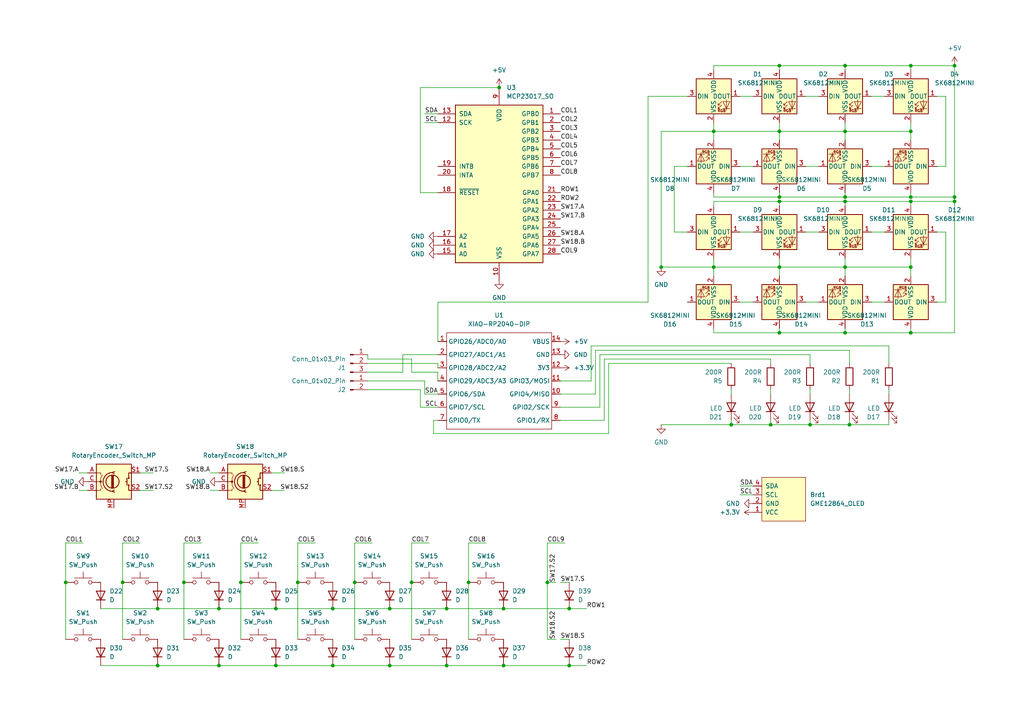
<source format=kicad_sch>
(kicad_sch (version 20250114) (generator "eeschema") (generator_version "9.0")
  (paper "A4")
  (title_block (title "KiCad-Diynamic-Project-Disply-Modul") (date "2025-12-14") (rev "1.0") (company "@Apfelholz") (comment 1 "This project implements a custom RP2040-based macro pad.") (comment 2 "It is designed as a programmable input and status device."))
  (lib_symbols
    (symbol "Connector:Conn_01x02_Pin" (pin_names (offset 1.016) (hide yes))
      (property "Reference" "J" (at 0 2.54 0))
      (property "Value" "Conn_01x02_Pin" (at 0 -5.08 0))
      (symbol "Conn_01x02_Pin_1_1"
        (pin passive line (at 5.08 0 180) (length 3.81) (name "Pin_1") (number "1"))
        (pin passive line (at 5.08 -2.54 180) (length 3.81) (name "Pin_2") (number "2"))
      )
    )
    (symbol "Connector:Conn_01x03_Pin" (pin_names (offset 1.016) (hide yes))
      (property "Reference" "J" (at 0 5.08 0))
      (property "Value" "Conn_01x03_Pin" (at 0 -5.08 0))
      (symbol "Conn_01x03_Pin_1_1"
        (pin passive line (at 5.08 2.54 180) (length 3.81) (name "Pin_1") (number "1"))
        (pin passive line (at 5.08 0 180) (length 3.81) (name "Pin_2") (number "2"))
        (pin passive line (at 5.08 -2.54 180) (length 3.81) (name "Pin_3") (number "3"))
      )
    )
    (symbol "Device:D" (pin_numbers (hide yes)) (pin_names (offset 1.016) (hide yes))
      (property "Reference" "D" (at 0 2.54 0))
      (property "Value" "D" (at 0 -2.54 0))
      (symbol "D_1_1"
        (pin passive line (at -3.81 0 0) (length 2.54) (name "K") (number "1"))
        (pin passive line (at 3.81 0 180) (length 2.54) (name "A") (number "2"))
      )
    )
    (symbol "Device:LED" (pin_numbers (hide yes)) (pin_names (offset 1.016) (hide yes))
      (property "Reference" "D" (at 0 2.54 0))
      (property "Value" "LED" (at 0 -2.54 0))
      (symbol "LED_1_1"
        (pin passive line (at -3.81 0 0) (length 2.54) (name "K") (number "1"))
        (pin passive line (at 3.81 0 180) (length 2.54) (name "A") (number "2"))
      )
    )
    (symbol "Device:R" (pin_numbers (hide yes)) (pin_names (offset 0))
      (property "Reference" "R" (at 2.032 0 90))
      (property "Value" "R" (at 0 0 90))
      (symbol "R_1_1"
        (pin passive line (at 0 3.81 270) (length 1.27) (name "~") (number "1"))
        (pin passive line (at 0 -3.81 90) (length 1.27) (name "~") (number "2"))
      )
    )
    (symbol "Device:RotaryEncoder_Switch_MP" (pin_names (offset 0.254) (hide yes))
      (property "Reference" "SW" (at 0 8.89 0))
      (property "Value" "RotaryEncoder_Switch_MP" (at 0 6.35 0))
      (symbol "RotaryEncoder_Switch_MP_1_1"
        (pin passive line (at -7.62 2.54 0) (length 2.54) (name "A") (number "A"))
        (pin passive line (at -7.62 0 0) (length 2.54) (name "C") (number "C"))
        (pin passive line (at -7.62 -2.54 0) (length 2.54) (name "B") (number "B"))
        (pin passive line (at 0 -7.62 90) (length 2.54) (name "MP") (number "MP"))
        (pin passive line (at 7.62 2.54 180) (length 2.54) (name "S1") (number "S1"))
        (pin passive line (at 7.62 -2.54 180) (length 2.54) (name "S2") (number "S2"))
      )
    )
    (symbol "Interface_Expansion:MCP23017_SO" (pin_names (offset 1.016))
      (property "Reference" "U" (at -11.43 24.13 0))
      (property "Value" "MCP23017_SO" (at 0 0 0))
      (symbol "MCP23017_SO_1_1"
        (pin bidirectional line (at -17.78 20.32 0) (length 5.08) (name "SDA") (number "13"))
        (pin input line (at -17.78 17.78 0) (length 5.08) (name "SCK") (number "12"))
        (pin tri_state line (at -17.78 5.08 0) (length 5.08) (name "INTB") (number "19"))
        (pin tri_state line (at -17.78 2.54 0) (length 5.08) (name "INTA") (number "20"))
        (pin input line (at -17.78 -2.54 0) (length 5.08) (name "~{RESET}") (number "18"))
        (pin input line (at -17.78 -15.24 0) (length 5.08) (name "A2") (number "17"))
        (pin input line (at -17.78 -17.78 0) (length 5.08) (name "A1") (number "16"))
        (pin input line (at -17.78 -20.32 0) (length 5.08) (name "A0") (number "15"))
        (pin no_connect line (at -12.7 15.24 0) (length 5.08) (hide yes) (name "NC") (number "11"))
        (pin no_connect line (at -12.7 12.7 0) (length 5.08) (hide yes) (name "NC") (number "14"))
        (pin power_in line (at 0 27.94 270) (length 5.08) (name "VDD") (number "9"))
        (pin power_in line (at 0 -27.94 90) (length 5.08) (name "VSS") (number "10"))
        (pin bidirectional line (at 17.78 20.32 180) (length 5.08) (name "GPB0") (number "1"))
        (pin bidirectional line (at 17.78 17.78 180) (length 5.08) (name "GPB1") (number "2"))
        (pin bidirectional line (at 17.78 15.24 180) (length 5.08) (name "GPB2") (number "3"))
        (pin bidirectional line (at 17.78 12.7 180) (length 5.08) (name "GPB3") (number "4"))
        (pin bidirectional line (at 17.78 10.16 180) (length 5.08) (name "GPB4") (number "5"))
        (pin bidirectional line (at 17.78 7.62 180) (length 5.08) (name "GPB5") (number "6"))
        (pin bidirectional line (at 17.78 5.08 180) (length 5.08) (name "GPB6") (number "7"))
        (pin output line (at 17.78 2.54 180) (length 5.08) (name "GPB7") (number "8"))
        (pin bidirectional line (at 17.78 -2.54 180) (length 5.08) (name "GPA0") (number "21"))
        (pin bidirectional line (at 17.78 -5.08 180) (length 5.08) (name "GPA1") (number "22"))
        (pin bidirectional line (at 17.78 -7.62 180) (length 5.08) (name "GPA2") (number "23"))
        (pin bidirectional line (at 17.78 -10.16 180) (length 5.08) (name "GPA3") (number "24"))
        (pin bidirectional line (at 17.78 -12.7 180) (length 5.08) (name "GPA4") (number "25"))
        (pin bidirectional line (at 17.78 -15.24 180) (length 5.08) (name "GPA5") (number "26"))
        (pin bidirectional line (at 17.78 -17.78 180) (length 5.08) (name "GPA6") (number "27"))
        (pin output line (at 17.78 -20.32 180) (length 5.08) (name "GPA7") (number "28"))
      )
    )
    (symbol "LED:SK6812MINI" (pin_names (offset 0.254))
      (property "Reference" "D" (at 5.08 5.715 0))
      (property "Value" "SK6812MINI" (at 1.27 -5.715 0))
      (symbol "SK6812MINI_0_0"
        (text "RGB" (at 2.286 -4.191 0) (effects (font (size 0.762 0.762))))
      )
      (symbol "SK6812MINI_1_1"
        (pin input line (at -7.62 0 0) (length 2.54) (name "DIN") (number "3"))
        (pin power_in line (at 0 7.62 270) (length 2.54) (name "VDD") (number "4"))
        (pin power_in line (at 0 -7.62 90) (length 2.54) (name "VSS") (number "2"))
        (pin output line (at 7.62 0 180) (length 2.54) (name "DOUT") (number "1"))
      )
    )
    (symbol "OLED:GME12864_OLED" (pin_names (offset 1.016))
      (property "Reference" "Brd" (at 0 -3.81 0))
      (property "Value" "GME12864_OLED" (at 0 -1.27 0))
      (symbol "GME12864_OLED_1_1"
        (pin input line (at -3.81 8.89 270) (length 2.54) (name "VCC") (number "1"))
        (pin input line (at -1.27 8.89 270) (length 2.54) (name "GND") (number "2"))
        (pin input line (at 1.27 8.89 270) (length 2.54) (name "SCL") (number "3"))
        (pin input line (at 3.81 8.89 270) (length 2.54) (name "SDA") (number "4"))
      )
    )
    (symbol "OPL:XIAO-RP2040-DIP"
      (property "Reference" "U" (at 0 0 0))
      (property "Value" "XIAO-RP2040-DIP" (at 5.334 -1.778 0))
      (symbol "XIAO-RP2040-DIP_1_0"
        (pin passive line (at -3.81 -5.08 0) (length 2.54) (name "GPIO26/ADC0/A0") (number "1"))
        (pin passive line (at -3.81 -8.89 0) (length 2.54) (name "GPIO27/ADC1/A1") (number "2"))
        (pin passive line (at -3.81 -12.7 0) (length 2.54) (name "GPIO28/ADC2/A2") (number "3"))
        (pin passive line (at -3.81 -16.51 0) (length 2.54) (name "GPIO29/ADC3/A3") (number "4"))
        (pin passive line (at -3.81 -20.32 0) (length 2.54) (name "GPIO6/SDA") (number "5"))
        (pin passive line (at -3.81 -24.13 0) (length 2.54) (name "GPIO7/SCL") (number "6"))
        (pin passive line (at -3.81 -27.94 0) (length 2.54) (name "GPIO0/TX") (number "7"))
        (pin passive line (at 31.75 -5.08 180) (length 2.54) (name "VBUS") (number "14"))
        (pin passive line (at 31.75 -8.89 180) (length 2.54) (name "GND") (number "13"))
        (pin passive line (at 31.75 -12.7 180) (length 2.54) (name "3V3") (number "12"))
        (pin passive line (at 31.75 -16.51 180) (length 2.54) (name "GPIO3/MOSI") (number "11"))
        (pin passive line (at 31.75 -20.32 180) (length 2.54) (name "GPIO4/MISO") (number "10"))
        (pin passive line (at 31.75 -24.13 180) (length 2.54) (name "GPIO2/SCK") (number "9"))
        (pin passive line (at 31.75 -27.94 180) (length 2.54) (name "GPIO1/RX") (number "8"))
      )
    )
    (symbol "Switch:SW_Push" (pin_numbers (hide yes)) (pin_names (offset 1.016) (hide yes))
      (property "Reference" "SW" (at 1.27 2.54 0))
      (property "Value" "SW_Push" (at 0 -1.524 0))
      (symbol "SW_Push_0_1"
        (pin passive line (at -5.08 0 0) (length 2.54) (name "1") (number "1"))
        (pin passive line (at 5.08 0 180) (length 2.54) (name "2") (number "2"))
      )
    )
    (symbol "power:+3.3V" (power) (pin_numbers (hide yes)) (pin_names (offset 0) (hide yes))
      (property "Value" "+3.3V" (at 0 3.556 0))
      (symbol "+3.3V_1_1"
        (pin power_in line (at 0 0 90) (length 0) (name "~") (number "1"))
      )
    )
    (symbol "power:+5V" (power) (pin_numbers (hide yes)) (pin_names (offset 0) (hide yes))
      (property "Value" "+5V" (at 0 3.556 0))
      (symbol "+5V_1_1"
        (pin power_in line (at 0 0 90) (length 0) (name "~") (number "1"))
      )
    )
    (symbol "power:GND" (power) (pin_numbers (hide yes)) (pin_names (offset 0) (hide yes))
      (property "Value" "GND" (at 0 -3.81 0))
      (symbol "GND_1_1"
        (pin power_in line (at 0 0 270) (length 0) (name "~") (number "1"))
      )
    )
  )
  (junction (at 146.05 193.04))
  (junction (at 276.86 19.05))
  (junction (at 264.16 38.1))
  (junction (at 234.95 123.19))
  (junction (at 207.01 38.1))
  (junction (at 264.16 77.47))
  (junction (at 264.16 96.52))
  (junction (at 264.16 58.42))
  (junction (at 226.06 77.47))
  (junction (at 245.11 38.1))
  (junction (at 207.01 77.47))
  (junction (at 69.85 168.91))
  (junction (at 96.52 176.53))
  (junction (at 119.38 168.91))
  (junction (at 245.11 58.42))
  (junction (at 113.03 176.53))
  (junction (at 165.1 193.04))
  (junction (at 245.11 96.52))
  (junction (at 102.87 168.91))
  (junction (at 246.38 123.19))
  (junction (at 135.89 168.91))
  (junction (at 226.06 96.52))
  (junction (at 96.52 193.04))
  (junction (at 129.54 176.53))
  (junction (at 129.54 193.04))
  (junction (at 45.72 193.04))
  (junction (at 226.06 58.42))
  (junction (at 226.06 38.1))
  (junction (at 53.34 168.91))
  (junction (at 63.5 176.53))
  (junction (at 264.16 19.05))
  (junction (at 144.78 25.4))
  (junction (at 113.03 193.04))
  (junction (at 223.52 123.19))
  (junction (at 45.72 176.53))
  (junction (at 245.11 77.47))
  (junction (at 245.11 57.15))
  (junction (at 276.86 57.15))
  (junction (at 146.05 176.53))
  (junction (at 63.5 193.04))
  (junction (at 226.06 57.15))
  (junction (at 35.56 168.91))
  (junction (at 86.36 168.91))
  (junction (at 191.77 77.47))
  (junction (at 245.11 19.05))
  (junction (at 165.1 176.53))
  (junction (at 80.01 176.53))
  (junction (at 158.75 168.91))
  (junction (at 19.05 168.91))
  (junction (at 226.06 19.05))
  (junction (at 276.86 58.42))
  (junction (at 80.01 193.04))
  (junction (at 212.09 123.19))
  (junction (at 264.16 57.15))
  (wire (pts (xy 125.73 125.73) (xy 125.73 121.92)))
  (wire (pts (xy 264.16 77.47) (xy 245.11 77.47)))
  (wire (pts (xy 116.84 107.95) (xy 106.68 107.95)))
  (wire (pts (xy 214.63 67.31) (xy 218.44 67.31)))
  (wire (pts (xy 226.06 74.93) (xy 226.06 77.47)))
  (wire (pts (xy 264.16 95.25) (xy 264.16 96.52)))
  (wire (pts (xy 207.01 19.05) (xy 207.01 20.32)))
  (wire (pts (xy 195.58 48.26) (xy 195.58 67.31)))
  (wire (pts (xy 276.86 57.15) (xy 276.86 19.05)))
  (wire (pts (xy 264.16 74.93) (xy 264.16 77.47)))
  (wire (pts (xy 102.87 185.42) (xy 102.87 168.91)))
  (wire (pts (xy 207.01 59.69) (xy 207.01 58.42)))
  (wire (pts (xy 86.36 185.42) (xy 86.36 168.91)))
  (wire (pts (xy 60.96 142.24) (xy 63.5 142.24)))
  (wire (pts (xy 171.45 110.49) (xy 162.56 110.49)))
  (wire (pts (xy 123.19 110.49) (xy 123.19 114.3)))
  (wire (pts (xy 264.16 19.05) (xy 245.11 19.05)))
  (wire (pts (xy 257.81 113.03) (xy 257.81 114.3)))
  (wire (pts (xy 121.92 25.4) (xy 144.78 25.4)))
  (wire (pts (xy 207.01 38.1) (xy 226.06 38.1)))
  (wire (pts (xy 264.16 57.15) (xy 276.86 57.15)))
  (wire (pts (xy 121.92 55.88) (xy 121.92 25.4)))
  (wire (pts (xy 116.84 102.87) (xy 116.84 107.95)))
  (wire (pts (xy 53.34 168.91) (xy 53.34 157.48)))
  (wire (pts (xy 69.85 168.91) (xy 69.85 157.48)))
  (wire (pts (xy 207.01 96.52) (xy 207.01 95.25)))
  (wire (pts (xy 119.38 185.42) (xy 119.38 168.91)))
  (wire (pts (xy 207.01 74.93) (xy 207.01 77.47)))
  (wire (pts (xy 176.53 105.41) (xy 176.53 125.73)))
  (wire (pts (xy 191.77 77.47) (xy 191.77 38.1)))
  (wire (pts (xy 257.81 123.19) (xy 246.38 123.19)))
  (wire (pts (xy 226.06 58.42) (xy 245.11 58.42)))
  (wire (pts (xy 234.95 102.87) (xy 173.99 102.87)))
  (wire (pts (xy 234.95 105.41) (xy 234.95 102.87)))
  (wire (pts (xy 245.11 38.1) (xy 245.11 40.64)))
  (wire (pts (xy 45.72 193.04) (xy 63.5 193.04)))
  (wire (pts (xy 207.01 77.47) (xy 207.01 80.01)))
  (wire (pts (xy 226.06 38.1) (xy 226.06 40.64)))
  (wire (pts (xy 226.06 77.47) (xy 207.01 77.47)))
  (wire (pts (xy 226.06 55.88) (xy 226.06 57.15)))
  (wire (pts (xy 162.56 168.91) (xy 165.1 168.91)))
  (wire (pts (xy 252.73 48.26) (xy 256.54 48.26)))
  (wire (pts (xy 223.52 121.92) (xy 223.52 123.19)))
  (wire (pts (xy 212.09 121.92) (xy 212.09 123.19)))
  (wire (pts (xy 40.64 137.16) (xy 44.45 137.16)))
  (wire (pts (xy 212.09 105.41) (xy 176.53 105.41)))
  (wire (pts (xy 245.11 96.52) (xy 226.06 96.52)))
  (wire (pts (xy 233.68 67.31) (xy 237.49 67.31)))
  (wire (pts (xy 121.92 118.11) (xy 127 118.11)))
  (wire (pts (xy 29.21 176.53) (xy 45.72 176.53)))
  (wire (pts (xy 214.63 48.26) (xy 218.44 48.26)))
  (wire (pts (xy 22.86 142.24) (xy 25.4 142.24)))
  (wire (pts (xy 158.75 157.48) (xy 163.83 157.48)))
  (wire (pts (xy 69.85 185.42) (xy 69.85 168.91)))
  (wire (pts (xy 246.38 121.92) (xy 246.38 123.19)))
  (wire (pts (xy 35.56 168.91) (xy 35.56 157.48)))
  (wire (pts (xy 127 107.95) (xy 127 110.49)))
  (wire (pts (xy 162.56 118.11) (xy 173.99 118.11)))
  (wire (pts (xy 276.86 57.15) (xy 276.86 58.42)))
  (wire (pts (xy 245.11 19.05) (xy 245.11 20.32)))
  (wire (pts (xy 119.38 157.48) (xy 124.46 157.48)))
  (wire (pts (xy 274.32 27.94) (xy 274.32 48.26)))
  (wire (pts (xy 233.68 48.26) (xy 237.49 48.26)))
  (wire (pts (xy 127 55.88) (xy 121.92 55.88)))
  (wire (pts (xy 127 102.87) (xy 116.84 102.87)))
  (wire (pts (xy 29.21 193.04) (xy 45.72 193.04)))
  (wire (pts (xy 60.96 137.16) (xy 63.5 137.16)))
  (wire (pts (xy 274.32 48.26) (xy 271.78 48.26)))
  (wire (pts (xy 257.81 121.92) (xy 257.81 123.19)))
  (wire (pts (xy 245.11 95.25) (xy 245.11 96.52)))
  (wire (pts (xy 274.32 87.63) (xy 271.78 87.63)))
  (wire (pts (xy 127 87.63) (xy 187.96 87.63)))
  (wire (pts (xy 252.73 67.31) (xy 256.54 67.31)))
  (wire (pts (xy 257.81 105.41) (xy 257.81 100.33)))
  (wire (pts (xy 246.38 101.6) (xy 172.72 101.6)))
  (wire (pts (xy 191.77 123.19) (xy 212.09 123.19)))
  (wire (pts (xy 207.01 35.56) (xy 207.01 38.1)))
  (wire (pts (xy 127 107.95) (xy 119.38 107.95)))
  (wire (pts (xy 234.95 123.19) (xy 223.52 123.19)))
  (wire (pts (xy 271.78 27.94) (xy 274.32 27.94)))
  (wire (pts (xy 226.06 19.05) (xy 207.01 19.05)))
  (wire (pts (xy 264.16 55.88) (xy 264.16 57.15)))
  (wire (pts (xy 191.77 38.1) (xy 207.01 38.1)))
  (wire (pts (xy 129.54 176.53) (xy 146.05 176.53)))
  (wire (pts (xy 226.06 96.52) (xy 207.01 96.52)))
  (wire (pts (xy 237.49 87.63) (xy 233.68 87.63)))
  (wire (pts (xy 129.54 193.04) (xy 146.05 193.04)))
  (wire (pts (xy 19.05 157.48) (xy 24.13 157.48)))
  (wire (pts (xy 199.39 48.26) (xy 195.58 48.26)))
  (wire (pts (xy 271.78 67.31) (xy 274.32 67.31)))
  (wire (pts (xy 63.5 176.53) (xy 80.01 176.53)))
  (wire (pts (xy 214.63 143.51) (xy 218.44 143.51)))
  (wire (pts (xy 165.1 176.53) (xy 170.18 176.53)))
  (wire (pts (xy 106.68 110.49) (xy 123.19 110.49)))
  (wire (pts (xy 19.05 168.91) (xy 19.05 157.48)))
  (wire (pts (xy 187.96 27.94) (xy 187.96 87.63)))
  (wire (pts (xy 127 99.06) (xy 127 87.63)))
  (wire (pts (xy 257.81 100.33) (xy 171.45 100.33)))
  (wire (pts (xy 212.09 113.03) (xy 212.09 114.3)))
  (wire (pts (xy 35.56 157.48) (xy 40.64 157.48)))
  (wire (pts (xy 22.86 137.16) (xy 25.4 137.16)))
  (wire (pts (xy 246.38 123.19) (xy 234.95 123.19)))
  (wire (pts (xy 69.85 157.48) (xy 74.93 157.48)))
  (wire (pts (xy 207.01 55.88) (xy 207.01 57.15)))
  (wire (pts (xy 226.06 57.15) (xy 245.11 57.15)))
  (wire (pts (xy 86.36 168.91) (xy 86.36 157.48)))
  (wire (pts (xy 35.56 185.42) (xy 35.56 168.91)))
  (wire (pts (xy 245.11 55.88) (xy 245.11 57.15)))
  (wire (pts (xy 264.16 38.1) (xy 264.16 40.64)))
  (wire (pts (xy 96.52 193.04) (xy 113.03 193.04)))
  (wire (pts (xy 256.54 87.63) (xy 252.73 87.63)))
  (wire (pts (xy 245.11 58.42) (xy 264.16 58.42)))
  (wire (pts (xy 245.11 77.47) (xy 245.11 80.01)))
  (wire (pts (xy 127 105.41) (xy 127 106.68)))
  (wire (pts (xy 53.34 157.48) (xy 58.42 157.48)))
  (wire (pts (xy 245.11 19.05) (xy 226.06 19.05)))
  (wire (pts (xy 19.05 185.42) (xy 19.05 168.91)))
  (wire (pts (xy 246.38 113.03) (xy 246.38 114.3)))
  (wire (pts (xy 214.63 27.94) (xy 218.44 27.94)))
  (wire (pts (xy 162.56 114.3) (xy 172.72 114.3)))
  (wire (pts (xy 158.75 168.91) (xy 158.75 157.48)))
  (wire (pts (xy 78.74 137.16) (xy 82.55 137.16)))
  (wire (pts (xy 245.11 57.15) (xy 264.16 57.15)))
  (wire (pts (xy 226.06 19.05) (xy 226.06 20.32)))
  (wire (pts (xy 119.38 168.91) (xy 119.38 157.48)))
  (wire (pts (xy 223.52 123.19) (xy 212.09 123.19)))
  (wire (pts (xy 223.52 105.41) (xy 223.52 104.14)))
  (wire (pts (xy 274.32 67.31) (xy 274.32 87.63)))
  (wire (pts (xy 245.11 38.1) (xy 264.16 38.1)))
  (wire (pts (xy 135.89 168.91) (xy 135.89 157.48)))
  (wire (pts (xy 264.16 58.42) (xy 276.86 58.42)))
  (wire (pts (xy 113.03 176.53) (xy 129.54 176.53)))
  (wire (pts (xy 234.95 113.03) (xy 234.95 114.3)))
  (wire (pts (xy 45.72 176.53) (xy 63.5 176.53)))
  (wire (pts (xy 119.38 104.14) (xy 106.68 104.14)))
  (wire (pts (xy 173.99 102.87) (xy 173.99 118.11)))
  (wire (pts (xy 123.19 114.3) (xy 127 114.3)))
  (wire (pts (xy 135.89 185.42) (xy 135.89 168.91)))
  (wire (pts (xy 106.68 113.03) (xy 121.92 113.03)))
  (wire (pts (xy 80.01 176.53) (xy 96.52 176.53)))
  (wire (pts (xy 264.16 77.47) (xy 264.16 80.01)))
  (wire (pts (xy 175.26 121.92) (xy 162.56 121.92)))
  (wire (pts (xy 78.74 142.24) (xy 82.55 142.24)))
  (wire (pts (xy 218.44 87.63) (xy 214.63 87.63)))
  (wire (pts (xy 245.11 74.93) (xy 245.11 77.47)))
  (wire (pts (xy 161.29 185.42) (xy 158.75 185.42)))
  (wire (pts (xy 226.06 77.47) (xy 226.06 80.01)))
  (wire (pts (xy 276.86 96.52) (xy 264.16 96.52)))
  (wire (pts (xy 214.63 140.97) (xy 218.44 140.97)))
  (wire (pts (xy 63.5 193.04) (xy 80.01 193.04)))
  (wire (pts (xy 158.75 168.91) (xy 161.29 168.91)))
  (wire (pts (xy 175.26 104.14) (xy 175.26 121.92)))
  (wire (pts (xy 146.05 176.53) (xy 165.1 176.53)))
  (wire (pts (xy 207.01 57.15) (xy 226.06 57.15)))
  (wire (pts (xy 276.86 19.05) (xy 264.16 19.05)))
  (wire (pts (xy 135.89 157.48) (xy 140.97 157.48)))
  (wire (pts (xy 233.68 27.94) (xy 237.49 27.94)))
  (wire (pts (xy 226.06 58.42) (xy 226.06 59.69)))
  (wire (pts (xy 207.01 77.47) (xy 191.77 77.47)))
  (wire (pts (xy 246.38 105.41) (xy 246.38 101.6)))
  (wire (pts (xy 264.16 96.52) (xy 245.11 96.52)))
  (wire (pts (xy 264.16 58.42) (xy 264.16 59.69)))
  (wire (pts (xy 86.36 157.48) (xy 91.44 157.48)))
  (wire (pts (xy 123.19 33.02) (xy 127 33.02)))
  (wire (pts (xy 162.56 185.42) (xy 165.1 185.42)))
  (wire (pts (xy 245.11 35.56) (xy 245.11 38.1)))
  (wire (pts (xy 146.05 193.04) (xy 165.1 193.04)))
  (wire (pts (xy 102.87 157.48) (xy 107.95 157.48)))
  (wire (pts (xy 125.73 121.92) (xy 127 121.92)))
  (wire (pts (xy 223.52 113.03) (xy 223.52 114.3)))
  (wire (pts (xy 171.45 100.33) (xy 171.45 110.49)))
  (wire (pts (xy 195.58 67.31) (xy 199.39 67.31)))
  (wire (pts (xy 176.53 125.73) (xy 125.73 125.73)))
  (wire (pts (xy 123.19 35.56) (xy 127 35.56)))
  (wire (pts (xy 119.38 107.95) (xy 119.38 104.14)))
  (wire (pts (xy 40.64 142.24) (xy 44.45 142.24)))
  (wire (pts (xy 96.52 176.53) (xy 113.03 176.53)))
  (wire (pts (xy 264.16 35.56) (xy 264.16 38.1)))
  (wire (pts (xy 121.92 113.03) (xy 121.92 118.11)))
  (wire (pts (xy 53.34 185.42) (xy 53.34 168.91)))
  (wire (pts (xy 223.52 104.14) (xy 175.26 104.14)))
  (wire (pts (xy 106.68 104.14) (xy 106.68 102.87)))
  (wire (pts (xy 165.1 193.04) (xy 170.18 193.04)))
  (wire (pts (xy 158.75 185.42) (xy 158.75 168.91)))
  (wire (pts (xy 207.01 38.1) (xy 207.01 40.64)))
  (wire (pts (xy 187.96 27.94) (xy 199.39 27.94)))
  (wire (pts (xy 106.68 105.41) (xy 127 105.41)))
  (wire (pts (xy 207.01 58.42) (xy 226.06 58.42)))
  (wire (pts (xy 172.72 101.6) (xy 172.72 114.3)))
  (wire (pts (xy 80.01 193.04) (xy 96.52 193.04)))
  (wire (pts (xy 226.06 38.1) (xy 245.11 38.1)))
  (wire (pts (xy 102.87 168.91) (xy 102.87 157.48)))
  (wire (pts (xy 264.16 19.05) (xy 264.16 20.32)))
  (wire (pts (xy 245.11 77.47) (xy 226.06 77.47)))
  (wire (pts (xy 226.06 35.56) (xy 226.06 38.1)))
  (wire (pts (xy 113.03 193.04) (xy 129.54 193.04)))
  (wire (pts (xy 245.11 58.42) (xy 245.11 59.69)))
  (wire (pts (xy 226.06 95.25) (xy 226.06 96.52)))
  (wire (pts (xy 276.86 58.42) (xy 276.86 96.52)))
  (wire (pts (xy 252.73 27.94) (xy 256.54 27.94)))
  (wire (pts (xy 234.95 121.92) (xy 234.95 123.19)))
  (label "COL3" (at 162.56 38.1 0))
  (label "ROW1" (at 170.18 176.53 0))
  (label "COL1" (at 19.05 157.48 0))
  (label "SCL" (at 127 35.56 180))
  (label "COL8" (at 135.89 157.48 0))
  (label "SW17.A" (at 22.86 137.16 180))
  (label "COL9" (at 158.75 157.48 0))
  (label "ROW2" (at 170.18 193.04 0))
  (label "COL1" (at 162.56 33.02 0))
  (label "COL5" (at 162.56 43.18 0))
  (label "SW18.S" (at 81.28 137.16 0))
  (label "COL9" (at 162.56 73.66 0))
  (label "SW17.S" (at 41.91 137.16 0))
  (label "COL8" (at 162.56 50.8 0))
  (label "SDA" (at 127 114.3 180))
  (label "COL5" (at 86.36 157.48 0))
  (label "COL6" (at 102.87 157.48 0))
  (label "SW18.B" (at 60.96 142.24 180))
  (label "COL4" (at 162.56 40.64 0))
  (label "COL7" (at 119.38 157.48 0))
  (label "COL3" (at 53.34 157.48 0))
  (label "SW18.A" (at 162.56 68.58 0))
  (label "SW18.S2" (at 81.28 142.24 0))
  (label "SCL" (at 214.63 143.51 0))
  (label "SW18.S2" (at 161.29 185.42 90))
  (label "COL2" (at 162.56 35.56 0))
  (label "SDA" (at 214.63 140.97 0))
  (label "SW17.S" (at 162.56 168.91 0))
  (label "SW17.S2" (at 41.91 142.24 0))
  (label "COL6" (at 162.56 45.72 0))
  (label "COL2" (at 35.56 157.48 0))
  (label "COL4" (at 69.85 157.48 0))
  (label "SW18.A" (at 60.96 137.16 180))
  (label "SW18.S" (at 162.56 185.42 0))
  (label "SDA" (at 127 33.02 180))
  (label "SW17.S2" (at 161.29 168.91 90))
  (label "SW17.B" (at 22.86 142.24 180))
  (label "ROW1" (at 162.56 55.88 0))
  (label "COL7" (at 162.56 48.26 0))
  (label "SW18.B" (at 162.56 71.12 0))
  (label "ROW2" (at 162.56 58.42 0))
  (label "SW17.B" (at 162.56 63.5 0))
  (label "SCL" (at 127 118.11 180))
  (label "SW17.A" (at 162.56 60.96 0))
  (symbol (lib_id "power:GND") (at 144.78 81.28 0) (unit 1)
    (property "Reference" "#PWR08" (effects (hide yes)))
    (property "Value" "GND" (at 144.78 86.36 0))
    (property "Description" "Power symbol creates a global label with name \"GND\" , ground" (effects (hide yes)))
  )
  (symbol (lib_id "Interface_Expansion:MCP23017_SO") (at 144.78 53.34 0) (unit 1)
    (property "Reference" "U3" (at 146.9233 25.4 0) (effects (justify left)))
    (property "Value" "MCP23017_SO" (at 146.9233 27.94 0) (effects (justify left)))
    (property "Footprint" "Package_SO:SOIC-28W_7.5x17.9mm_P1.27mm" (effects (hide yes)))
    (property "Datasheet" "https://ww1.microchip.com/downloads/aemDocuments/documents/APID/ProductDocuments/DataSheets/MCP23017-Data-Sheet-DS20001952.pdf" (effects (hide yes)))
    (property "Description" "16-bit I/O expander, I2C, interrupts, w pull-ups, GPA/B7 output only (https://microchip.my.site.com/s/article/GPA7---GPB7-Cannot-Be-Used-as-Inputs-In-MCP23017),  SOIC-28" (effects (hide yes)))
  )
  (symbol (lib_id "LED:SK6812MINI") (at 226.06 87.63 180) (unit 1)
    (property "Reference" "D15" (at 213.36 94.0502 0))
    (property "Value" "SK6812MINI" (at 213.36 91.5102 0))
    (property "Footprint" "LED_SMD:LED_SK6812MINI_PLCC4_3.5x3.5mm_P1.75mm" (effects (hide yes)))
    (property "Datasheet" "https://cdn-shop.adafruit.com/product-files/2686/SK6812MINI_REV.01-1-2.pdf" (effects (hide yes)))
    (property "Description" "RGB LED with integrated controller" (effects (hide yes)))
  )
  (symbol (lib_id "LED:SK6812MINI") (at 226.06 67.31 0) (unit 1)
    (property "Reference" "D10" (at 238.76 60.8898 0))
    (property "Value" "SK6812MINI" (at 238.76 63.4298 0))
    (property "Footprint" "LED_SMD:LED_SK6812MINI_PLCC4_3.5x3.5mm_P1.75mm" (effects (hide yes)))
    (property "Datasheet" "https://cdn-shop.adafruit.com/product-files/2686/SK6812MINI_REV.01-1-2.pdf" (effects (hide yes)))
    (property "Description" "RGB LED with integrated controller" (effects (hide yes)))
  )
  (symbol (lib_id "LED:SK6812MINI") (at 226.06 48.26 180) (unit 1)
    (property "Reference" "D7" (at 213.36 54.6802 0))
    (property "Value" "SK6812MINI" (at 213.36 52.1402 0))
    (property "Footprint" "LED_SMD:LED_SK6812MINI_PLCC4_3.5x3.5mm_P1.75mm" (effects (hide yes)))
    (property "Datasheet" "https://cdn-shop.adafruit.com/product-files/2686/SK6812MINI_REV.01-1-2.pdf" (effects (hide yes)))
    (property "Description" "RGB LED with integrated controller" (effects (hide yes)))
  )
  (symbol (lib_id "power:GND") (at 127 71.12 270) (unit 1)
    (property "Reference" "#PWR016" (effects (hide yes)))
    (property "Value" "GND" (at 123.19 71.1199 90) (effects (justify right)))
    (property "Description" "Power symbol creates a global label with name \"GND\" , ground" (effects (hide yes)))
  )
  (symbol (lib_id "Device:RotaryEncoder_Switch_MP") (at 33.02 139.7 0) (unit 1)
    (property "Reference" "SW17" (at 33.02 129.54 0))
    (property "Value" "RotaryEncoder_Switch_MP" (at 33.02 132.08 0))
    (property "Footprint" "Rotary_Encoder:RotaryEncoder_Alps_EC11E-Switch_Vertical_H20mm_MountingHoles" (effects (hide yes)))
    (property "Description" "Rotary encoder, dual channel, incremental quadrate outputs, with switch and MP Pin" (effects (hide yes)))
  )
  (symbol (lib_id "Switch:SW_Push") (at 24.13 185.42 0) (unit 1)
    (property "Reference" "SW1" (at 24.13 177.8 0))
    (property "Value" "SW_Push" (at 24.13 180.34 0))
    (property "Footprint" "Button_Switch_Keyboard:SW_Cherry_MX_1.00u_PCB" (effects (hide yes)))
    (property "Description" "Push button switch, generic, two pins" (effects (hide yes)))
  )
  (symbol (lib_id "Device:D") (at 146.05 172.72 90) (unit 1)
    (property "Reference" "D29" (at 148.59 171.4499 90) (effects (justify right)))
    (property "Value" "D" (at 148.59 173.9899 90) (effects (justify right)))
    (property "Footprint" "Diode_SMD:D_SOD-123" (effects (hide yes)))
    (property "Description" "Diode" (effects (hide yes)))
    (property "Sim.Device" "D" (effects (hide yes)))
    (property "Sim.Pins" "1=K 2=A" (effects (hide yes)))
  )
  (symbol (lib_id "Device:LED") (at 223.52 118.11 90) (unit 1)
    (property "Reference" "D20" (at 220.98 120.9676 90) (effects (justify left)))
    (property "Value" "LED" (at 220.98 118.4276 90) (effects (justify left)))
    (property "Footprint" "LED_THT:LED_D5.0mm" (effects (hide yes)))
    (property "Description" "Light emitting diode" (effects (hide yes)))
    (property "Sim.Pins" "1=K 2=A" (effects (hide yes)))
  )
  (symbol (lib_id "Device:LED") (at 246.38 118.11 90) (unit 1)
    (property "Reference" "D18" (at 243.84 120.9676 90) (effects (justify left)))
    (property "Value" "LED" (at 243.84 118.4276 90) (effects (justify left)))
    (property "Footprint" "LED_THT:LED_D5.0mm" (effects (hide yes)))
    (property "Description" "Light emitting diode" (effects (hide yes)))
    (property "Sim.Pins" "1=K 2=A" (effects (hide yes)))
  )
  (symbol (lib_id "power:GND") (at 162.56 102.87 90) (unit 1)
    (property "Reference" "#PWR02" (effects (hide yes)))
    (property "Value" "GND" (at 166.37 102.8699 90) (effects (justify right)))
    (property "Description" "Power symbol creates a global label with name \"GND\" , ground" (effects (hide yes)))
  )
  (symbol (lib_id "LED:SK6812MINI") (at 207.01 48.26 180) (unit 1)
    (property "Reference" "D8" (at 194.31 54.6802 0))
    (property "Value" "SK6812MINI" (at 194.31 52.1402 0))
    (property "Footprint" "LED_SMD:LED_SK6812MINI_PLCC4_3.5x3.5mm_P1.75mm" (effects (hide yes)))
    (property "Datasheet" "https://cdn-shop.adafruit.com/product-files/2686/SK6812MINI_REV.01-1-2.pdf" (effects (hide yes)))
    (property "Description" "RGB LED with integrated controller" (effects (hide yes)))
  )
  (symbol (lib_id "power:+3.3V") (at 162.56 106.68 270) (unit 1)
    (property "Reference" "#PWR07" (effects (hide yes)))
    (property "Value" "+3.3V" (at 166.37 106.6799 90) (effects (justify left)))
    (property "Description" "Power symbol creates a global label with name \"+3.3V\"" (effects (hide yes)))
  )
  (symbol (lib_id "Switch:SW_Push") (at 107.95 168.91 0) (unit 1)
    (property "Reference" "SW14" (at 107.95 161.29 0))
    (property "Value" "SW_Push" (at 107.95 163.83 0))
    (property "Footprint" "Button_Switch_Keyboard:SW_Cherry_MX_1.00u_PCB" (effects (hide yes)))
    (property "Description" "Push button switch, generic, two pins" (effects (hide yes)))
  )
  (symbol (lib_id "LED:SK6812MINI") (at 264.16 27.94 0) (unit 1)
    (property "Reference" "D4" (at 276.86 21.5198 0))
    (property "Value" "SK6812MINI" (at 276.86 24.0598 0))
    (property "Footprint" "LED_SMD:LED_SK6812MINI_PLCC4_3.5x3.5mm_P1.75mm" (effects (hide yes)))
    (property "Datasheet" "https://cdn-shop.adafruit.com/product-files/2686/SK6812MINI_REV.01-1-2.pdf" (effects (hide yes)))
    (property "Description" "RGB LED with integrated controller" (effects (hide yes)))
  )
  (symbol (lib_id "Switch:SW_Push") (at 40.64 168.91 0) (unit 1)
    (property "Reference" "SW10" (at 40.64 161.29 0))
    (property "Value" "SW_Push" (at 40.64 163.83 0))
    (property "Footprint" "Button_Switch_Keyboard:SW_Cherry_MX_1.00u_PCB" (effects (hide yes)))
    (property "Description" "Push button switch, generic, two pins" (effects (hide yes)))
  )
  (symbol (lib_id "Device:D") (at 165.1 189.23 90) (unit 1)
    (property "Reference" "D38" (at 167.64 187.9599 90) (effects (justify right)))
    (property "Value" "D" (at 167.64 190.4999 90) (effects (justify right)))
    (property "Footprint" "Diode_SMD:D_SOD-123" (effects (hide yes)))
    (property "Description" "Diode" (effects (hide yes)))
    (property "Sim.Device" "D" (effects (hide yes)))
    (property "Sim.Pins" "1=K 2=A" (effects (hide yes)))
  )
  (symbol (lib_id "Device:D") (at 96.52 172.72 90) (unit 1)
    (property "Reference" "D26" (at 99.06 171.4499 90) (effects (justify right)))
    (property "Value" "D" (at 99.06 173.9899 90) (effects (justify right)))
    (property "Footprint" "Diode_SMD:D_SOD-123" (effects (hide yes)))
    (property "Description" "Diode" (effects (hide yes)))
    (property "Sim.Device" "D" (effects (hide yes)))
    (property "Sim.Pins" "1=K 2=A" (effects (hide yes)))
  )
  (symbol (lib_id "power:GND") (at 127 68.58 270) (unit 1)
    (property "Reference" "#PWR014" (effects (hide yes)))
    (property "Value" "GND" (at 123.19 68.5799 90) (effects (justify right)))
    (property "Description" "Power symbol creates a global label with name \"GND\" , ground" (effects (hide yes)))
  )
  (symbol (lib_id "Switch:SW_Push") (at 107.95 185.42 0) (unit 1)
    (property "Reference" "SW6" (at 107.95 177.8 0))
    (property "Value" "SW_Push" (at 107.95 180.34 0))
    (property "Footprint" "Button_Switch_Keyboard:SW_Cherry_MX_1.00u_PCB" (effects (hide yes)))
    (property "Description" "Push button switch, generic, two pins" (effects (hide yes)))
  )
  (symbol (lib_id "Switch:SW_Push") (at 58.42 168.91 0) (unit 1)
    (property "Reference" "SW11" (at 58.42 161.29 0))
    (property "Value" "SW_Push" (at 58.42 163.83 0))
    (property "Footprint" "Button_Switch_Keyboard:SW_Cherry_MX_1.00u_PCB" (effects (hide yes)))
    (property "Description" "Push button switch, generic, two pins" (effects (hide yes)))
  )
  (symbol (lib_id "power:+5V") (at 162.56 99.06 270) (unit 1)
    (property "Reference" "#PWR01" (effects (hide yes)))
    (property "Value" "+5V" (at 166.37 99.0599 90) (effects (justify left)))
    (property "Description" "Power symbol creates a global label with name \"+5V\"" (effects (hide yes)))
  )
  (symbol (lib_id "LED:SK6812MINI") (at 245.11 87.63 180) (unit 1)
    (property "Reference" "D14" (at 232.41 94.0502 0))
    (property "Value" "SK6812MINI" (at 232.41 91.5102 0))
    (property "Footprint" "LED_SMD:LED_SK6812MINI_PLCC4_3.5x3.5mm_P1.75mm" (effects (hide yes)))
    (property "Datasheet" "https://cdn-shop.adafruit.com/product-files/2686/SK6812MINI_REV.01-1-2.pdf" (effects (hide yes)))
    (property "Description" "RGB LED with integrated controller" (effects (hide yes)))
  )
  (symbol (lib_id "power:GND") (at 191.77 123.19 0) (unit 1)
    (property "Reference" "#PWR05" (effects (hide yes)))
    (property "Value" "GND" (at 191.77 128.27 0))
    (property "Description" "Power symbol creates a global label with name \"GND\" , ground" (effects (hide yes)))
  )
  (symbol (lib_id "Device:D") (at 29.21 172.72 90) (unit 1)
    (property "Reference" "D22" (at 31.75 171.4499 90) (effects (justify right)))
    (property "Value" "D" (at 31.75 173.9899 90) (effects (justify right)))
    (property "Footprint" "Diode_SMD:D_SOD-123" (effects (hide yes)))
    (property "Description" "Diode" (effects (hide yes)))
    (property "Sim.Device" "D" (effects (hide yes)))
    (property "Sim.Pins" "1=K 2=A" (effects (hide yes)))
  )
  (symbol (lib_id "OPL:XIAO-RP2040-DIP") (at 130.81 93.98 0) (unit 1)
    (property "Reference" "U1" (at 144.78 91.44 0))
    (property "Value" "XIAO-RP2040-DIP" (at 144.78 93.98 0))
    (property "Footprint" "OPL:XIAO-RP2040-DIP" (effects (hide yes)))
  )
  (symbol (lib_id "LED:SK6812MINI") (at 264.16 87.63 180) (unit 1)
    (property "Reference" "D13" (at 251.46 94.0502 0))
    (property "Value" "SK6812MINI" (at 251.46 91.5102 0))
    (property "Footprint" "LED_SMD:LED_SK6812MINI_PLCC4_3.5x3.5mm_P1.75mm" (effects (hide yes)))
    (property "Datasheet" "https://cdn-shop.adafruit.com/product-files/2686/SK6812MINI_REV.01-1-2.pdf" (effects (hide yes)))
    (property "Description" "RGB LED with integrated controller" (effects (hide yes)))
  )
  (symbol (lib_id "Device:D") (at 63.5 189.23 90) (unit 1)
    (property "Reference" "D32" (at 66.04 187.9599 90) (effects (justify right)))
    (property "Value" "D" (at 66.04 190.4999 90) (effects (justify right)))
    (property "Footprint" "Diode_SMD:D_SOD-123" (effects (hide yes)))
    (property "Description" "Diode" (effects (hide yes)))
    (property "Sim.Device" "D" (effects (hide yes)))
    (property "Sim.Pins" "1=K 2=A" (effects (hide yes)))
  )
  (symbol (lib_id "Switch:SW_Push") (at 91.44 168.91 0) (unit 1)
    (property "Reference" "SW13" (at 91.44 161.29 0))
    (property "Value" "SW_Push" (at 91.44 163.83 0))
    (property "Footprint" "Button_Switch_Keyboard:SW_Cherry_MX_1.00u_PCB" (effects (hide yes)))
    (property "Description" "Push button switch, generic, two pins" (effects (hide yes)))
  )
  (symbol (lib_id "Switch:SW_Push") (at 40.64 185.42 0) (unit 1)
    (property "Reference" "SW2" (at 40.64 177.8 0))
    (property "Value" "SW_Push" (at 40.64 180.34 0))
    (property "Footprint" "Button_Switch_Keyboard:SW_Cherry_MX_1.00u_PCB" (effects (hide yes)))
    (property "Description" "Push button switch, generic, two pins" (effects (hide yes)))
  )
  (symbol (lib_id "Device:LED") (at 212.09 118.11 90) (unit 1)
    (property "Reference" "D21" (at 209.55 120.9676 90) (effects (justify left)))
    (property "Value" "LED" (at 209.55 118.4276 90) (effects (justify left)))
    (property "Footprint" "LED_THT:LED_D5.0mm" (effects (hide yes)))
    (property "Description" "Light emitting diode" (effects (hide yes)))
    (property "Sim.Pins" "1=K 2=A" (effects (hide yes)))
  )
  (symbol (lib_id "Device:D") (at 45.72 172.72 90) (unit 1)
    (property "Reference" "D23" (at 48.26 171.4499 90) (effects (justify right)))
    (property "Value" "D" (at 48.26 173.9899 90) (effects (justify right)))
    (property "Footprint" "Diode_SMD:D_SOD-123" (effects (hide yes)))
    (property "Description" "Diode" (effects (hide yes)))
    (property "Sim.Device" "D" (effects (hide yes)))
    (property "Sim.Pins" "1=K 2=A" (effects (hide yes)))
  )
  (symbol (lib_id "LED:SK6812MINI") (at 207.01 27.94 0) (unit 1)
    (property "Reference" "D1" (at 219.71 21.5198 0))
    (property "Value" "SK6812MINI" (at 219.71 24.0598 0))
    (property "Footprint" "LED_SMD:LED_SK6812MINI_PLCC4_3.5x3.5mm_P1.75mm" (effects (hide yes)))
    (property "Datasheet" "https://cdn-shop.adafruit.com/product-files/2686/SK6812MINI_REV.01-1-2.pdf" (effects (hide yes)))
    (property "Description" "RGB LED with integrated controller" (effects (hide yes)))
  )
  (symbol (lib_id "Device:D") (at 80.01 189.23 90) (unit 1)
    (property "Reference" "D33" (at 82.55 187.9599 90) (effects (justify right)))
    (property "Value" "D" (at 82.55 190.4999 90) (effects (justify right)))
    (property "Footprint" "Diode_SMD:D_SOD-123" (effects (hide yes)))
    (property "Description" "Diode" (effects (hide yes)))
    (property "Sim.Device" "D" (effects (hide yes)))
    (property "Sim.Pins" "1=K 2=A" (effects (hide yes)))
  )
  (symbol (lib_id "Switch:SW_Push") (at 140.97 168.91 0) (unit 1)
    (property "Reference" "SW16" (at 140.97 161.29 0))
    (property "Value" "SW_Push" (at 140.97 163.83 0))
    (property "Footprint" "Button_Switch_Keyboard:SW_Cherry_MX_1.00u_PCB" (effects (hide yes)))
    (property "Description" "Push button switch, generic, two pins" (effects (hide yes)))
  )
  (symbol (lib_id "LED:SK6812MINI") (at 245.11 48.26 180) (unit 1)
    (property "Reference" "D6" (at 232.41 54.6802 0))
    (property "Value" "SK6812MINI" (at 232.41 52.1402 0))
    (property "Footprint" "LED_SMD:LED_SK6812MINI_PLCC4_3.5x3.5mm_P1.75mm" (effects (hide yes)))
    (property "Datasheet" "https://cdn-shop.adafruit.com/product-files/2686/SK6812MINI_REV.01-1-2.pdf" (effects (hide yes)))
    (property "Description" "RGB LED with integrated controller" (effects (hide yes)))
  )
  (symbol (lib_id "Device:D") (at 113.03 189.23 90) (unit 1)
    (property "Reference" "D35" (at 115.57 187.9599 90) (effects (justify right)))
    (property "Value" "D" (at 115.57 190.4999 90) (effects (justify right)))
    (property "Footprint" "Diode_SMD:D_SOD-123" (effects (hide yes)))
    (property "Description" "Diode" (effects (hide yes)))
    (property "Sim.Device" "D" (effects (hide yes)))
    (property "Sim.Pins" "1=K 2=A" (effects (hide yes)))
  )
  (symbol (lib_id "Device:R") (at 212.09 109.22 180) (unit 1)
    (property "Reference" "R5" (at 209.55 110.4901 0) (effects (justify left)))
    (property "Value" "200R" (at 209.55 107.9501 0) (effects (justify left)))
    (property "Footprint" "Resistor_SMD:R_0805_2012Metric_Pad1.20x1.40mm_HandSolder" (effects (hide yes)))
    (property "Description" "Resistor" (effects (hide yes)))
  )
  (symbol (lib_id "Device:D") (at 165.1 172.72 90) (unit 1)
    (property "Reference" "D39" (at 167.64 171.4499 90) (effects (justify right)))
    (property "Value" "D" (at 167.64 173.9899 90) (effects (justify right)))
    (property "Footprint" "Diode_SMD:D_SOD-123" (effects (hide yes)))
    (property "Description" "Diode" (effects (hide yes)))
    (property "Sim.Device" "D" (effects (hide yes)))
    (property "Sim.Pins" "1=K 2=A" (effects (hide yes)))
  )
  (symbol (lib_id "power:+5V") (at 276.86 19.05 0) (unit 1)
    (property "Reference" "#PWR04" (effects (hide yes)))
    (property "Value" "+5V" (at 276.86 13.97 0))
    (property "Description" "Power symbol creates a global label with name \"+5V\"" (effects (hide yes)))
  )
  (symbol (lib_id "Switch:SW_Push") (at 24.13 168.91 0) (unit 1)
    (property "Reference" "SW9" (at 24.13 161.29 0))
    (property "Value" "SW_Push" (at 24.13 163.83 0))
    (property "Footprint" "Button_Switch_Keyboard:SW_Cherry_MX_1.00u_PCB" (effects (hide yes)))
    (property "Description" "Push button switch, generic, two pins" (effects (hide yes)))
  )
  (symbol (lib_id "Switch:SW_Push") (at 74.93 168.91 0) (unit 1)
    (property "Reference" "SW12" (at 74.93 161.29 0))
    (property "Value" "SW_Push" (at 74.93 163.83 0))
    (property "Footprint" "Button_Switch_Keyboard:SW_Cherry_MX_1.00u_PCB" (effects (hide yes)))
    (property "Description" "Push button switch, generic, two pins" (effects (hide yes)))
  )
  (symbol (lib_id "Switch:SW_Push") (at 58.42 185.42 0) (unit 1)
    (property "Reference" "SW3" (at 58.42 177.8 0))
    (property "Value" "SW_Push" (at 58.42 180.34 0))
    (property "Footprint" "Button_Switch_Keyboard:SW_Cherry_MX_1.00u_PCB" (effects (hide yes)))
    (property "Description" "Push button switch, generic, two pins" (effects (hide yes)))
  )
  (symbol (lib_id "Device:D") (at 63.5 172.72 90) (unit 1)
    (property "Reference" "D24" (at 66.04 171.4499 90) (effects (justify right)))
    (property "Value" "D" (at 66.04 173.9899 90) (effects (justify right)))
    (property "Footprint" "Diode_SMD:D_SOD-123" (effects (hide yes)))
    (property "Description" "Diode" (effects (hide yes)))
    (property "Sim.Device" "D" (effects (hide yes)))
    (property "Sim.Pins" "1=K 2=A" (effects (hide yes)))
  )
  (symbol (lib_id "Device:D") (at 113.03 172.72 90) (unit 1)
    (property "Reference" "D27" (at 115.57 171.4499 90) (effects (justify right)))
    (property "Value" "D" (at 115.57 173.9899 90) (effects (justify right)))
    (property "Footprint" "Diode_SMD:D_SOD-123" (effects (hide yes)))
    (property "Description" "Diode" (effects (hide yes)))
    (property "Sim.Device" "D" (effects (hide yes)))
    (property "Sim.Pins" "1=K 2=A" (effects (hide yes)))
  )
  (symbol (lib_id "Device:R") (at 223.52 109.22 180) (unit 1)
    (property "Reference" "R4" (at 220.98 110.4901 0) (effects (justify left)))
    (property "Value" "200R" (at 220.98 107.9501 0) (effects (justify left)))
    (property "Footprint" "Resistor_SMD:R_0805_2012Metric_Pad1.20x1.40mm_HandSolder" (effects (hide yes)))
    (property "Description" "Resistor" (effects (hide yes)))
  )
  (symbol (lib_id "OLED:GME12864_OLED") (at 227.33 144.78 90) (unit 1)
    (property "Reference" "Brd1" (at 234.95 143.5099 90) (effects (justify right)))
    (property "Value" "GME12864_OLED" (at 234.95 146.0499 90) (effects (justify right)))
    (property "Footprint" "OLED:SSD1306-0.91-OLED-4pin-128x32" (effects (hide yes)))
    (property "Description" "128x64 1.3\" OLED Display" (effects (hide yes)))
  )
  (symbol (lib_id "Device:D") (at 129.54 172.72 90) (unit 1)
    (property "Reference" "D28" (at 132.08 171.4499 90) (effects (justify right)))
    (property "Value" "D" (at 132.08 173.9899 90) (effects (justify right)))
    (property "Footprint" "Diode_SMD:D_SOD-123" (effects (hide yes)))
    (property "Description" "Diode" (effects (hide yes)))
    (property "Sim.Device" "D" (effects (hide yes)))
    (property "Sim.Pins" "1=K 2=A" (effects (hide yes)))
  )
  (symbol (lib_id "Device:LED") (at 257.81 118.11 90) (unit 1)
    (property "Reference" "D17" (at 255.27 120.9676 90) (effects (justify left)))
    (property "Value" "LED" (at 255.27 118.4276 90) (effects (justify left)))
    (property "Footprint" "LED_THT:LED_D5.0mm" (effects (hide yes)))
    (property "Description" "Light emitting diode" (effects (hide yes)))
    (property "Sim.Pins" "1=K 2=A" (effects (hide yes)))
  )
  (symbol (lib_id "power:+3.3V") (at 218.44 148.59 90) (unit 1)
    (property "Reference" "#PWR015" (effects (hide yes)))
    (property "Value" "+3.3V" (at 214.63 148.5899 90) (effects (justify left)))
    (property "Description" "Power symbol creates a global label with name \"+3.3V\"" (effects (hide yes)))
  )
  (symbol (lib_id "LED:SK6812MINI") (at 226.06 27.94 0) (unit 1)
    (property "Reference" "D2" (at 238.76 21.5198 0))
    (property "Value" "SK6812MINI" (at 238.76 24.0598 0))
    (property "Footprint" "LED_SMD:LED_SK6812MINI_PLCC4_3.5x3.5mm_P1.75mm" (effects (hide yes)))
    (property "Datasheet" "https://cdn-shop.adafruit.com/product-files/2686/SK6812MINI_REV.01-1-2.pdf" (effects (hide yes)))
    (property "Description" "RGB LED with integrated controller" (effects (hide yes)))
  )
  (symbol (lib_id "Switch:SW_Push") (at 140.97 185.42 0) (unit 1)
    (property "Reference" "SW8" (at 140.97 177.8 0))
    (property "Value" "SW_Push" (at 140.97 180.34 0))
    (property "Footprint" "Button_Switch_Keyboard:SW_Cherry_MX_1.00u_PCB" (effects (hide yes)))
    (property "Description" "Push button switch, generic, two pins" (effects (hide yes)))
  )
  (symbol (lib_id "Device:RotaryEncoder_Switch_MP") (at 71.12 139.7 0) (unit 1)
    (property "Reference" "SW18" (at 71.12 129.54 0))
    (property "Value" "RotaryEncoder_Switch_MP" (at 71.12 132.08 0))
    (property "Footprint" "Rotary_Encoder:RotaryEncoder_Alps_EC11E-Switch_Vertical_H20mm_MountingHoles" (effects (hide yes)))
    (property "Description" "Rotary encoder, dual channel, incremental quadrate outputs, with switch and MP Pin" (effects (hide yes)))
  )
  (symbol (lib_id "Device:LED") (at 234.95 118.11 90) (unit 1)
    (property "Reference" "D19" (at 232.41 120.9676 90) (effects (justify left)))
    (property "Value" "LED" (at 232.41 118.4276 90) (effects (justify left)))
    (property "Footprint" "LED_THT:LED_D5.0mm" (effects (hide yes)))
    (property "Description" "Light emitting diode" (effects (hide yes)))
    (property "Sim.Pins" "1=K 2=A" (effects (hide yes)))
  )
  (symbol (lib_id "Device:D") (at 80.01 172.72 90) (unit 1)
    (property "Reference" "D25" (at 82.55 171.4499 90) (effects (justify right)))
    (property "Value" "D" (at 82.55 173.9899 90) (effects (justify right)))
    (property "Footprint" "Diode_SMD:D_SOD-123" (effects (hide yes)))
    (property "Description" "Diode" (effects (hide yes)))
    (property "Sim.Device" "D" (effects (hide yes)))
    (property "Sim.Pins" "1=K 2=A" (effects (hide yes)))
  )
  (symbol (lib_id "LED:SK6812MINI") (at 245.11 27.94 0) (unit 1)
    (property "Reference" "D3" (at 257.81 21.5198 0))
    (property "Value" "SK6812MINI" (at 257.81 24.0598 0))
    (property "Footprint" "LED_SMD:LED_SK6812MINI_PLCC4_3.5x3.5mm_P1.75mm" (effects (hide yes)))
    (property "Datasheet" "https://cdn-shop.adafruit.com/product-files/2686/SK6812MINI_REV.01-1-2.pdf" (effects (hide yes)))
    (property "Description" "RGB LED with integrated controller" (effects (hide yes)))
  )
  (symbol (lib_id "Connector:Conn_01x03_Pin") (at 101.6 105.41 0) (unit 1)
    (property "Reference" "J1" (at 100.33 106.6801 0) (effects (justify right)))
    (property "Value" "Conn_01x03_Pin" (at 100.33 104.1401 0) (effects (justify right)))
    (property "Footprint" "Connector_PinHeader_2.54mm:PinHeader_1x03_P2.54mm_Horizontal" (effects (hide yes)))
    (property "Description" "Generic connector, single row, 01x03, script generated" (effects (hide yes)))
  )
  (symbol (lib_id "Switch:SW_Push") (at 74.93 185.42 0) (unit 1)
    (property "Reference" "SW4" (at 74.93 177.8 0))
    (property "Value" "SW_Push" (at 74.93 180.34 0))
    (property "Footprint" "Button_Switch_Keyboard:SW_Cherry_MX_1.00u_PCB" (effects (hide yes)))
    (property "Description" "Push button switch, generic, two pins" (effects (hide yes)))
  )
  (symbol (lib_id "Switch:SW_Push") (at 124.46 168.91 0) (unit 1)
    (property "Reference" "SW15" (at 124.46 161.29 0))
    (property "Value" "SW_Push" (at 124.46 163.83 0))
    (property "Footprint" "Button_Switch_Keyboard:SW_Cherry_MX_1.00u_PCB" (effects (hide yes)))
    (property "Description" "Push button switch, generic, two pins" (effects (hide yes)))
  )
  (symbol (lib_id "Device:R") (at 234.95 109.22 180) (unit 1)
    (property "Reference" "R3" (at 232.41 110.4901 0) (effects (justify left)))
    (property "Value" "200R" (at 232.41 107.9501 0) (effects (justify left)))
    (property "Footprint" "Resistor_SMD:R_0805_2012Metric_Pad1.20x1.40mm_HandSolder" (effects (hide yes)))
    (property "Description" "Resistor" (effects (hide yes)))
  )
  (symbol (lib_id "Device:R") (at 257.81 109.22 180) (unit 1)
    (property "Reference" "R1" (at 255.27 110.4901 0) (effects (justify left)))
    (property "Value" "200R" (at 255.27 107.9501 0) (effects (justify left)))
    (property "Footprint" "Resistor_SMD:R_0805_2012Metric_Pad1.20x1.40mm_HandSolder" (effects (hide yes)))
    (property "Description" "Resistor" (effects (hide yes)))
  )
  (symbol (lib_id "Switch:SW_Push") (at 124.46 185.42 0) (unit 1)
    (property "Reference" "SW7" (at 124.46 177.8 0))
    (property "Value" "SW_Push" (at 124.46 180.34 0))
    (property "Footprint" "Button_Switch_Keyboard:SW_Cherry_MX_1.00u_PCB" (effects (hide yes)))
    (property "Description" "Push button switch, generic, two pins" (effects (hide yes)))
  )
  (symbol (lib_id "Device:D") (at 96.52 189.23 90) (unit 1)
    (property "Reference" "D34" (at 99.06 187.9599 90) (effects (justify right)))
    (property "Value" "D" (at 99.06 190.4999 90) (effects (justify right)))
    (property "Footprint" "Diode_SMD:D_SOD-123" (effects (hide yes)))
    (property "Description" "Diode" (effects (hide yes)))
    (property "Sim.Device" "D" (effects (hide yes)))
    (property "Sim.Pins" "1=K 2=A" (effects (hide yes)))
  )
  (symbol (lib_id "Connector:Conn_01x02_Pin") (at 101.6 110.49 0) (unit 1)
    (property "Reference" "J2" (at 100.33 113.0301 0) (effects (justify right)))
    (property "Value" "Conn_01x02_Pin" (at 100.33 110.4901 0) (effects (justify right)))
    (property "Footprint" "Connector_PinHeader_2.54mm:PinHeader_1x02_P2.54mm_Horizontal" (effects (hide yes)))
    (property "Description" "Generic connector, single row, 01x02, script generated" (effects (hide yes)))
  )
  (symbol (lib_id "Device:D") (at 129.54 189.23 90) (unit 1)
    (property "Reference" "D36" (at 132.08 187.9599 90) (effects (justify right)))
    (property "Value" "D" (at 132.08 190.4999 90) (effects (justify right)))
    (property "Footprint" "Diode_SMD:D_SOD-123" (effects (hide yes)))
    (property "Description" "Diode" (effects (hide yes)))
    (property "Sim.Device" "D" (effects (hide yes)))
    (property "Sim.Pins" "1=K 2=A" (effects (hide yes)))
  )
  (symbol (lib_id "LED:SK6812MINI") (at 245.11 67.31 0) (unit 1)
    (property "Reference" "D11" (at 257.81 60.8898 0))
    (property "Value" "SK6812MINI" (at 257.81 63.4298 0))
    (property "Footprint" "LED_SMD:LED_SK6812MINI_PLCC4_3.5x3.5mm_P1.75mm" (effects (hide yes)))
    (property "Datasheet" "https://cdn-shop.adafruit.com/product-files/2686/SK6812MINI_REV.01-1-2.pdf" (effects (hide yes)))
    (property "Description" "RGB LED with integrated controller" (effects (hide yes)))
  )
  (symbol (lib_id "power:GND") (at 218.44 146.05 270) (unit 1)
    (property "Reference" "#PWR06" (effects (hide yes)))
    (property "Value" "GND" (at 214.63 146.0499 90) (effects (justify right)))
    (property "Description" "Power symbol creates a global label with name \"GND\" , ground" (effects (hide yes)))
  )
  (symbol (lib_id "power:GND") (at 127 73.66 270) (unit 1)
    (property "Reference" "#PWR017" (effects (hide yes)))
    (property "Value" "GND" (at 123.19 73.6599 90) (effects (justify right)))
    (property "Description" "Power symbol creates a global label with name \"GND\" , ground" (effects (hide yes)))
  )
  (symbol (lib_id "Device:D") (at 29.21 189.23 90) (unit 1)
    (property "Reference" "D30" (at 31.75 187.9599 90) (effects (justify right)))
    (property "Value" "D" (at 31.75 190.4999 90) (effects (justify right)))
    (property "Footprint" "Diode_SMD:D_SOD-123" (effects (hide yes)))
    (property "Description" "Diode" (effects (hide yes)))
    (property "Sim.Device" "D" (effects (hide yes)))
    (property "Sim.Pins" "1=K 2=A" (effects (hide yes)))
  )
  (symbol (lib_id "LED:SK6812MINI") (at 207.01 87.63 180) (unit 1)
    (property "Reference" "D16" (at 194.31 94.0502 0))
    (property "Value" "SK6812MINI" (at 194.31 91.5102 0))
    (property "Footprint" "LED_SMD:LED_SK6812MINI_PLCC4_3.5x3.5mm_P1.75mm" (effects (hide yes)))
    (property "Datasheet" "https://cdn-shop.adafruit.com/product-files/2686/SK6812MINI_REV.01-1-2.pdf" (effects (hide yes)))
    (property "Description" "RGB LED with integrated controller" (effects (hide yes)))
  )
  (symbol (lib_id "LED:SK6812MINI") (at 264.16 48.26 180) (unit 1)
    (property "Reference" "D5" (at 251.46 54.6802 0))
    (property "Value" "SK6812MINI" (at 251.46 52.1402 0))
    (property "Footprint" "LED_SMD:LED_SK6812MINI_PLCC4_3.5x3.5mm_P1.75mm" (effects (hide yes)))
    (property "Datasheet" "https://cdn-shop.adafruit.com/product-files/2686/SK6812MINI_REV.01-1-2.pdf" (effects (hide yes)))
    (property "Description" "RGB LED with integrated controller" (effects (hide yes)))
  )
  (symbol (lib_id "power:GND") (at 63.5 139.7 270) (unit 1)
    (property "Reference" "#PWR011" (effects (hide yes)))
    (property "Value" "GND" (at 59.69 139.6999 90) (effects (justify right)))
    (property "Description" "Power symbol creates a global label with name \"GND\" , ground" (effects (hide yes)))
  )
  (symbol (lib_id "Switch:SW_Push") (at 91.44 185.42 0) (unit 1)
    (property "Reference" "SW5" (at 91.44 177.8 0))
    (property "Value" "SW_Push" (at 91.44 180.34 0))
    (property "Footprint" "Button_Switch_Keyboard:SW_Cherry_MX_1.00u_PCB" (effects (hide yes)))
    (property "Description" "Push button switch, generic, two pins" (effects (hide yes)))
  )
  (symbol (lib_id "LED:SK6812MINI") (at 207.01 67.31 0) (unit 1)
    (property "Reference" "D9" (at 219.71 60.8898 0))
    (property "Value" "SK6812MINI" (at 219.71 63.4298 0))
    (property "Footprint" "LED_SMD:LED_SK6812MINI_PLCC4_3.5x3.5mm_P1.75mm" (effects (hide yes)))
    (property "Datasheet" "https://cdn-shop.adafruit.com/product-files/2686/SK6812MINI_REV.01-1-2.pdf" (effects (hide yes)))
    (property "Description" "RGB LED with integrated controller" (effects (hide yes)))
  )
  (symbol (lib_id "Device:D") (at 45.72 189.23 90) (unit 1)
    (property "Reference" "D31" (at 48.26 187.9599 90) (effects (justify right)))
    (property "Value" "D" (at 48.26 190.4999 90) (effects (justify right)))
    (property "Footprint" "Diode_SMD:D_SOD-123" (effects (hide yes)))
    (property "Description" "Diode" (effects (hide yes)))
    (property "Sim.Device" "D" (effects (hide yes)))
    (property "Sim.Pins" "1=K 2=A" (effects (hide yes)))
  )
  (symbol (lib_id "Device:R") (at 246.38 109.22 180) (unit 1)
    (property "Reference" "R2" (at 243.84 110.4901 0) (effects (justify left)))
    (property "Value" "200R" (at 243.84 107.9501 0) (effects (justify left)))
    (property "Footprint" "Resistor_SMD:R_0805_2012Metric_Pad1.20x1.40mm_HandSolder" (effects (hide yes)))
    (property "Description" "Resistor" (effects (hide yes)))
  )
  (symbol (lib_id "Device:D") (at 146.05 189.23 90) (unit 1)
    (property "Reference" "D37" (at 148.59 187.9599 90) (effects (justify right)))
    (property "Value" "D" (at 148.59 190.4999 90) (effects (justify right)))
    (property "Footprint" "Diode_SMD:D_SOD-123" (effects (hide yes)))
    (property "Description" "Diode" (effects (hide yes)))
    (property "Sim.Device" "D" (effects (hide yes)))
    (property "Sim.Pins" "1=K 2=A" (effects (hide yes)))
  )
  (symbol (lib_id "power:+5V") (at 144.78 25.4 0) (unit 1)
    (property "Reference" "#PWR09" (effects (hide yes)))
    (property "Value" "+5V" (at 144.78 20.32 0))
    (property "Description" "Power symbol creates a global label with name \"+5V\"" (effects (hide yes)))
  )
  (symbol (lib_id "power:GND") (at 25.4 139.7 270) (unit 1)
    (property "Reference" "#PWR010" (effects (hide yes)))
    (property "Value" "GND" (at 21.59 139.6999 90) (effects (justify right)))
    (property "Description" "Power symbol creates a global label with name \"GND\" , ground" (effects (hide yes)))
  )
  (symbol (lib_id "power:GND") (at 191.77 77.47 0) (unit 1)
    (property "Reference" "#PWR03" (effects (hide yes)))
    (property "Value" "GND" (at 191.77 82.55 0))
    (property "Description" "Power symbol creates a global label with name \"GND\" , ground" (effects (hide yes)))
  )
  (symbol (lib_id "LED:SK6812MINI") (at 264.16 67.31 0) (unit 1)
    (property "Reference" "D12" (at 276.86 60.8898 0))
    (property "Value" "SK6812MINI" (at 276.86 63.4298 0))
    (property "Footprint" "LED_SMD:LED_SK6812MINI_PLCC4_3.5x3.5mm_P1.75mm" (effects (hide yes)))
    (property "Datasheet" "https://cdn-shop.adafruit.com/product-files/2686/SK6812MINI_REV.01-1-2.pdf" (effects (hide yes)))
    (property "Description" "RGB LED with integrated controller" (effects (hide yes)))
  )
)
</source>
